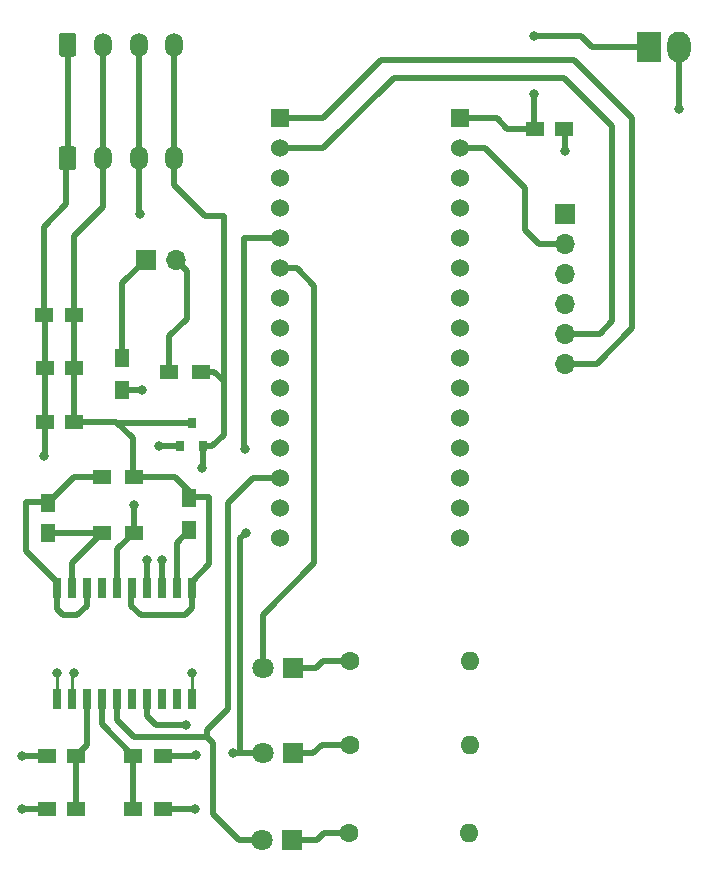
<source format=gbr>
%TF.GenerationSoftware,KiCad,Pcbnew,(5.1.6)-1*%
%TF.CreationDate,2021-01-17T16:19:00-06:00*%
%TF.ProjectId,irradiance1,69727261-6469-4616-9e63-65312e6b6963,rev?*%
%TF.SameCoordinates,Original*%
%TF.FileFunction,Copper,L1,Top*%
%TF.FilePolarity,Positive*%
%FSLAX46Y46*%
G04 Gerber Fmt 4.6, Leading zero omitted, Abs format (unit mm)*
G04 Created by KiCad (PCBNEW (5.1.6)-1) date 2021-01-17 16:19:00*
%MOMM*%
%LPD*%
G01*
G04 APERTURE LIST*
%TA.AperFunction,SMDPad,CuDef*%
%ADD10R,1.500000X1.250000*%
%TD*%
%TA.AperFunction,ComponentPad*%
%ADD11O,2.000000X2.600000*%
%TD*%
%TA.AperFunction,ComponentPad*%
%ADD12R,2.000000X2.600000*%
%TD*%
%TA.AperFunction,ComponentPad*%
%ADD13O,1.700000X1.700000*%
%TD*%
%TA.AperFunction,ComponentPad*%
%ADD14R,1.700000X1.700000*%
%TD*%
%TA.AperFunction,ComponentPad*%
%ADD15R,1.530000X1.530000*%
%TD*%
%TA.AperFunction,ComponentPad*%
%ADD16C,1.530000*%
%TD*%
%TA.AperFunction,SMDPad,CuDef*%
%ADD17R,0.800000X0.900000*%
%TD*%
%TA.AperFunction,SMDPad,CuDef*%
%ADD18R,0.650000X1.800000*%
%TD*%
%TA.AperFunction,SMDPad,CuDef*%
%ADD19R,1.300000X1.500000*%
%TD*%
%TA.AperFunction,SMDPad,CuDef*%
%ADD20R,1.500000X1.300000*%
%TD*%
%TA.AperFunction,ComponentPad*%
%ADD21C,1.600000*%
%TD*%
%TA.AperFunction,ComponentPad*%
%ADD22O,1.600000X1.600000*%
%TD*%
%TA.AperFunction,ComponentPad*%
%ADD23O,1.500000X2.020000*%
%TD*%
%TA.AperFunction,ComponentPad*%
%ADD24R,1.800000X1.800000*%
%TD*%
%TA.AperFunction,ComponentPad*%
%ADD25C,1.800000*%
%TD*%
%TA.AperFunction,SMDPad,CuDef*%
%ADD26R,1.250000X1.500000*%
%TD*%
%TA.AperFunction,ViaPad*%
%ADD27C,0.800000*%
%TD*%
%TA.AperFunction,Conductor*%
%ADD28C,0.500000*%
%TD*%
%TA.AperFunction,Conductor*%
%ADD29C,0.250000*%
%TD*%
G04 APERTURE END LIST*
D10*
%TO.P,C17,1*%
%TO.N,+9VA*%
X72350000Y-79900000D03*
%TO.P,C17,2*%
%TO.N,GND*%
X74850000Y-79900000D03*
%TD*%
D11*
%TO.P,J6,2*%
%TO.N,GND*%
X84540000Y-73000000D03*
D12*
%TO.P,J6,1*%
%TO.N,+9VA*%
X82000000Y-73000000D03*
%TD*%
D13*
%TO.P,JP1,2*%
%TO.N,Net-(JP1-Pad2)*%
X41940000Y-91000000D03*
D14*
%TO.P,JP1,1*%
%TO.N,Net-(JP1-Pad1)*%
X39400000Y-91000000D03*
%TD*%
D13*
%TO.P,J0,6*%
%TO.N,I2C_SCL*%
X74900000Y-99800000D03*
%TO.P,J0,5*%
%TO.N,I2C_SDA*%
X74900000Y-97260000D03*
%TO.P,J0,4*%
%TO.N,N/C*%
X74900000Y-94720000D03*
%TO.P,J0,3*%
X74900000Y-92180000D03*
%TO.P,J0,2*%
%TO.N,Net-(J0-Pad2)*%
X74900000Y-89640000D03*
D14*
%TO.P,J0,1*%
%TO.N,vin*%
X74900000Y-87100000D03*
%TD*%
D15*
%TO.P,U2,30*%
%TO.N,+9VA*%
X66040000Y-79035000D03*
D16*
%TO.P,U2,29*%
%TO.N,Net-(J0-Pad2)*%
X66040000Y-81575000D03*
%TO.P,U2,28*%
%TO.N,N/C*%
X66040000Y-84115000D03*
%TO.P,U2,27*%
%TO.N,vin*%
X66040000Y-86655000D03*
%TO.P,U2,26*%
%TO.N,N/C*%
X66040000Y-89195000D03*
%TO.P,U2,25*%
X66040000Y-91735000D03*
%TO.P,U2,24*%
X66040000Y-94275000D03*
%TO.P,U2,23*%
X66040000Y-96815000D03*
%TO.P,U2,22*%
X66040000Y-99355000D03*
%TO.P,U2,21*%
X66040000Y-101895000D03*
%TO.P,U2,20*%
X66040000Y-104435000D03*
%TO.P,U2,19*%
X66040000Y-106975000D03*
%TO.P,U2,18*%
X66040000Y-109515000D03*
%TO.P,U2,17*%
X66040000Y-112055000D03*
%TO.P,U2,16*%
X66040000Y-114595000D03*
D15*
%TO.P,U2,1*%
%TO.N,I2C_SCL*%
X50800000Y-79035000D03*
D16*
%TO.P,U2,2*%
%TO.N,I2C_SDA*%
X50800000Y-81575000D03*
%TO.P,U2,3*%
%TO.N,N/C*%
X50800000Y-84115000D03*
%TO.P,U2,4*%
X50800000Y-86655000D03*
%TO.P,U2,5*%
%TO.N,CAN_Tx*%
X50800000Y-89195000D03*
%TO.P,U2,6*%
%TO.N,Net-(D2-Pad2)*%
X50800000Y-91735000D03*
%TO.P,U2,7*%
%TO.N,N/C*%
X50800000Y-94275000D03*
%TO.P,U2,8*%
X50800000Y-96815000D03*
%TO.P,U2,9*%
X50800000Y-99355000D03*
%TO.P,U2,10*%
X50800000Y-101895000D03*
%TO.P,U2,11*%
X50800000Y-104435000D03*
%TO.P,U2,12*%
X50800000Y-106975000D03*
%TO.P,U2,13*%
%TO.N,CAN_Rx*%
X50800000Y-109515000D03*
%TO.P,U2,14*%
%TO.N,N/C*%
X50800000Y-112055000D03*
%TO.P,U2,15*%
X50800000Y-114595000D03*
%TD*%
D17*
%TO.P,U7,1*%
%TO.N,Net-(J4-Pad3)*%
X42350000Y-106800000D03*
%TO.P,U7,2*%
%TO.N,Net-(J4-Pad4)*%
X44250000Y-106800000D03*
%TO.P,U7,3*%
%TO.N,Net-(C10-Pad2)*%
X43300000Y-104800000D03*
%TD*%
D18*
%TO.P,U1,1*%
%TO.N,GND*%
X31885000Y-128225000D03*
%TO.P,U1,2*%
X33155000Y-128225000D03*
%TO.P,U1,3*%
%TO.N,+5V*%
X34425000Y-128225000D03*
%TO.P,U1,4*%
%TO.N,+3V3*%
X35695000Y-128225000D03*
%TO.P,U1,5*%
%TO.N,CAN_Rx*%
X36965000Y-128225000D03*
%TO.P,U1,6*%
%TO.N,N/C*%
X38235000Y-128225000D03*
%TO.P,U1,7*%
%TO.N,CAN_Tx*%
X39505000Y-128225000D03*
%TO.P,U1,8*%
%TO.N,N/C*%
X40775000Y-128225000D03*
%TO.P,U1,9*%
X42045000Y-128225000D03*
%TO.P,U1,10*%
%TO.N,GND*%
X43315000Y-128225000D03*
%TO.P,U1,11*%
%TO.N,Net-(C10-Pad2)*%
X43315000Y-118775000D03*
%TO.P,U1,12*%
%TO.N,Net-(R25-Pad2)*%
X42045000Y-118775000D03*
%TO.P,U1,13*%
%TO.N,Net-(J4-Pad4)*%
X40775000Y-118775000D03*
%TO.P,U1,14*%
%TO.N,Net-(J4-Pad3)*%
X39505000Y-118775000D03*
%TO.P,U1,15*%
%TO.N,Net-(C10-Pad2)*%
X38235000Y-118775000D03*
%TO.P,U1,16*%
%TO.N,Net-(C10-Pad1)*%
X36965000Y-118775000D03*
%TO.P,U1,17*%
%TO.N,N/C*%
X35695000Y-118775000D03*
%TO.P,U1,18*%
%TO.N,Net-(C9-Pad2)*%
X34425000Y-118775000D03*
%TO.P,U1,19*%
%TO.N,Net-(C9-Pad1)*%
X33155000Y-118775000D03*
%TO.P,U1,20*%
%TO.N,Net-(C9-Pad2)*%
X31885000Y-118775000D03*
%TD*%
D19*
%TO.P,R25,1*%
%TO.N,Net-(C10-Pad2)*%
X43100000Y-111200000D03*
%TO.P,R25,2*%
%TO.N,Net-(R25-Pad2)*%
X43100000Y-113900000D03*
%TD*%
%TO.P,R10,1*%
%TO.N,Net-(JP1-Pad1)*%
X37400000Y-99300000D03*
%TO.P,R10,2*%
%TO.N,Net-(J4-Pad3)*%
X37400000Y-102000000D03*
%TD*%
D20*
%TO.P,R9,1*%
%TO.N,Net-(JP1-Pad2)*%
X41400000Y-100500000D03*
%TO.P,R9,2*%
%TO.N,Net-(J4-Pad4)*%
X44100000Y-100500000D03*
%TD*%
D21*
%TO.P,R2,1*%
%TO.N,Net-(D2-Pad1)*%
X56700000Y-125000000D03*
D22*
%TO.P,R2,2*%
%TO.N,GND*%
X66860000Y-125000000D03*
%TD*%
D21*
%TO.P,R1,1*%
%TO.N,Net-(D1-Pad1)*%
X56600000Y-139500000D03*
D22*
%TO.P,R1,2*%
%TO.N,GND*%
X66760000Y-139500000D03*
%TD*%
D21*
%TO.P,R0,1*%
%TO.N,Net-(D0-Pad1)*%
X56700000Y-132100000D03*
D22*
%TO.P,R0,2*%
%TO.N,GND*%
X66860000Y-132100000D03*
%TD*%
D20*
%TO.P,L3,1*%
%TO.N,Net-(C10-Pad2)*%
X38400000Y-109400000D03*
%TO.P,L3,2*%
%TO.N,Net-(C9-Pad2)*%
X35700000Y-109400000D03*
%TD*%
%TO.P,L2,1*%
%TO.N,Net-(C10-Pad1)*%
X38400000Y-114100000D03*
%TO.P,L2,2*%
%TO.N,Net-(C9-Pad1)*%
X35700000Y-114100000D03*
%TD*%
D23*
%TO.P,J5,4*%
%TO.N,Net-(J4-Pad4)*%
X41800000Y-72800000D03*
%TO.P,J5,3*%
%TO.N,Net-(J4-Pad3)*%
X38800000Y-72800000D03*
%TO.P,J5,2*%
%TO.N,Net-(C10-Pad2)*%
X35800000Y-72800000D03*
%TO.P,J5,1*%
%TO.N,Net-(C10-Pad1)*%
%TA.AperFunction,ComponentPad*%
G36*
G01*
X32050000Y-73560000D02*
X32050000Y-72040000D01*
G75*
G02*
X32300000Y-71790000I250000J0D01*
G01*
X33300000Y-71790000D01*
G75*
G02*
X33550000Y-72040000I0J-250000D01*
G01*
X33550000Y-73560000D01*
G75*
G02*
X33300000Y-73810000I-250000J0D01*
G01*
X32300000Y-73810000D01*
G75*
G02*
X32050000Y-73560000I0J250000D01*
G01*
G37*
%TD.AperFunction*%
%TD*%
%TO.P,J4,4*%
%TO.N,Net-(J4-Pad4)*%
X41800000Y-82400000D03*
%TO.P,J4,3*%
%TO.N,Net-(J4-Pad3)*%
X38800000Y-82400000D03*
%TO.P,J4,2*%
%TO.N,Net-(C10-Pad2)*%
X35800000Y-82400000D03*
%TO.P,J4,1*%
%TO.N,Net-(C10-Pad1)*%
%TA.AperFunction,ComponentPad*%
G36*
G01*
X32050000Y-83160000D02*
X32050000Y-81640000D01*
G75*
G02*
X32300000Y-81390000I250000J0D01*
G01*
X33300000Y-81390000D01*
G75*
G02*
X33550000Y-81640000I0J-250000D01*
G01*
X33550000Y-83160000D01*
G75*
G02*
X33300000Y-83410000I-250000J0D01*
G01*
X32300000Y-83410000D01*
G75*
G02*
X32050000Y-83160000I0J250000D01*
G01*
G37*
%TD.AperFunction*%
%TD*%
D24*
%TO.P,D2,1*%
%TO.N,Net-(D2-Pad1)*%
X51900000Y-125600000D03*
D25*
%TO.P,D2,2*%
%TO.N,Net-(D2-Pad2)*%
X49360000Y-125600000D03*
%TD*%
D24*
%TO.P,D1,1*%
%TO.N,Net-(D1-Pad1)*%
X51800000Y-140100000D03*
D25*
%TO.P,D1,2*%
%TO.N,CAN_Rx*%
X49260000Y-140100000D03*
%TD*%
D24*
%TO.P,D0,1*%
%TO.N,Net-(D0-Pad1)*%
X51900000Y-132800000D03*
D25*
%TO.P,D0,2*%
%TO.N,CAN_Tx*%
X49360000Y-132800000D03*
%TD*%
D10*
%TO.P,C16,1*%
%TO.N,+3V3*%
X38350000Y-133000000D03*
%TO.P,C16,2*%
%TO.N,GND*%
X40850000Y-133000000D03*
%TD*%
%TO.P,C15,1*%
%TO.N,+3V3*%
X38350000Y-137500000D03*
%TO.P,C15,2*%
%TO.N,GND*%
X40850000Y-137500000D03*
%TD*%
%TO.P,C14,1*%
%TO.N,+5V*%
X33550000Y-133000000D03*
%TO.P,C14,2*%
%TO.N,GND*%
X31050000Y-133000000D03*
%TD*%
%TO.P,C13,1*%
%TO.N,+5V*%
X33550000Y-137500000D03*
%TO.P,C13,2*%
%TO.N,GND*%
X31050000Y-137500000D03*
%TD*%
%TO.P,C12,1*%
%TO.N,Net-(C10-Pad1)*%
X30800000Y-95700000D03*
%TO.P,C12,2*%
%TO.N,Net-(C10-Pad2)*%
X33300000Y-95700000D03*
%TD*%
%TO.P,C11,1*%
%TO.N,Net-(C10-Pad1)*%
X30850000Y-100200000D03*
%TO.P,C11,2*%
%TO.N,Net-(C10-Pad2)*%
X33350000Y-100200000D03*
%TD*%
%TO.P,C10,1*%
%TO.N,Net-(C10-Pad1)*%
X30850000Y-104700000D03*
%TO.P,C10,2*%
%TO.N,Net-(C10-Pad2)*%
X33350000Y-104700000D03*
%TD*%
D26*
%TO.P,C9,1*%
%TO.N,Net-(C9-Pad1)*%
X31100000Y-114100000D03*
%TO.P,C9,2*%
%TO.N,Net-(C9-Pad2)*%
X31100000Y-111600000D03*
%TD*%
D27*
%TO.N,Net-(C10-Pad1)*%
X38400000Y-111800000D03*
X30800000Y-107600000D03*
%TO.N,GND*%
X31900000Y-126000000D03*
X33300000Y-126000000D03*
X43300000Y-126000000D03*
X43700000Y-132900000D03*
X43600000Y-137500000D03*
X28900000Y-133000000D03*
X28900000Y-137500000D03*
X84600000Y-78200000D03*
X74900000Y-81800000D03*
%TO.N,CAN_Tx*%
X42800000Y-130400000D03*
X46800000Y-132800000D03*
X47800000Y-107000000D03*
X47900000Y-114100000D03*
%TO.N,Net-(J4-Pad4)*%
X40800000Y-116400000D03*
X44200000Y-108600000D03*
%TO.N,Net-(J4-Pad3)*%
X39500000Y-116400000D03*
X40500000Y-106800000D03*
X39100000Y-102000000D03*
X38900000Y-87100000D03*
%TO.N,+9VA*%
X72300000Y-72100000D03*
X72300000Y-77000000D03*
%TD*%
D28*
%TO.N,Net-(C9-Pad1)*%
X33155000Y-116645000D02*
X35700000Y-114100000D01*
X33155000Y-118775000D02*
X33155000Y-116645000D01*
X31100000Y-114100000D02*
X35700000Y-114100000D01*
%TO.N,Net-(C9-Pad2)*%
X33300000Y-109400000D02*
X31100000Y-111600000D01*
X35700000Y-109400000D02*
X33300000Y-109400000D01*
X29300000Y-115700000D02*
X29300000Y-111500000D01*
X31000000Y-111500000D02*
X31100000Y-111600000D01*
X29300000Y-111500000D02*
X31000000Y-111500000D01*
X31885000Y-118775000D02*
X31885000Y-118285000D01*
X31885000Y-118285000D02*
X29300000Y-115700000D01*
X34425000Y-119540002D02*
X34400000Y-119565002D01*
X34425000Y-118775000D02*
X34425000Y-119540002D01*
X34400000Y-119565002D02*
X34400000Y-120300000D01*
X34400000Y-120300000D02*
X33600000Y-121100000D01*
X33600000Y-121100000D02*
X32400000Y-121100000D01*
X31885000Y-120585000D02*
X31885000Y-118775000D01*
X32400000Y-121100000D02*
X31885000Y-120585000D01*
%TO.N,Net-(C10-Pad1)*%
X36965000Y-115535000D02*
X38400000Y-114100000D01*
X36965000Y-118775000D02*
X36965000Y-115535000D01*
X38400000Y-114100000D02*
X38400000Y-111800000D01*
X30850000Y-104700000D02*
X30850000Y-100200000D01*
X30850000Y-95750000D02*
X30800000Y-95700000D01*
X30850000Y-100200000D02*
X30850000Y-95750000D01*
X30850000Y-104700000D02*
X30850000Y-107550000D01*
X30850000Y-107550000D02*
X30800000Y-107600000D01*
X30800000Y-95700000D02*
X30800000Y-88200000D01*
X30800000Y-88200000D02*
X32700000Y-86300000D01*
X32700000Y-82500000D02*
X32800000Y-82400000D01*
X32700000Y-86300000D02*
X32700000Y-82500000D01*
X32800000Y-82400000D02*
X32800000Y-72800000D01*
%TO.N,Net-(C10-Pad2)*%
X38235000Y-119540002D02*
X38200000Y-119575002D01*
X38235000Y-118775000D02*
X38235000Y-119540002D01*
X38200000Y-119575002D02*
X38200000Y-120300000D01*
X38200000Y-120300000D02*
X39000000Y-121100000D01*
X39000000Y-121100000D02*
X42700000Y-121100000D01*
X43315000Y-120485000D02*
X43315000Y-118775000D01*
X42700000Y-121100000D02*
X43315000Y-120485000D01*
X43315000Y-118775000D02*
X43315000Y-118285000D01*
X43315000Y-118285000D02*
X44800000Y-116800000D01*
X44800000Y-116800000D02*
X44800000Y-111100000D01*
X43200000Y-111100000D02*
X43100000Y-111200000D01*
X44800000Y-111100000D02*
X43200000Y-111100000D01*
X43100000Y-111200000D02*
X43100000Y-110600000D01*
X41900000Y-109400000D02*
X38400000Y-109400000D01*
X43100000Y-110600000D02*
X41900000Y-109400000D01*
X33350000Y-104700000D02*
X33350000Y-100200000D01*
X33350000Y-95750000D02*
X33300000Y-95700000D01*
X33350000Y-100200000D02*
X33350000Y-95750000D01*
X33350000Y-104700000D02*
X36900000Y-104700000D01*
X36900000Y-104700000D02*
X38300000Y-106100000D01*
X38300000Y-109300000D02*
X38400000Y-109400000D01*
X38300000Y-106100000D02*
X38300000Y-109300000D01*
X37000000Y-104800000D02*
X36900000Y-104700000D01*
X43300000Y-104800000D02*
X37000000Y-104800000D01*
X33300000Y-95700000D02*
X33300000Y-89000000D01*
X35800000Y-86500000D02*
X35800000Y-82400000D01*
X33300000Y-89000000D02*
X35800000Y-86500000D01*
X35800000Y-82400000D02*
X35800000Y-72800000D01*
%TO.N,+5V*%
X34425000Y-132125000D02*
X34425000Y-128225000D01*
X33550000Y-133000000D02*
X34425000Y-132125000D01*
X33550000Y-137500000D02*
X33550000Y-133000000D01*
D29*
%TO.N,GND*%
X31885000Y-128225000D02*
X31885000Y-126015000D01*
X31885000Y-126015000D02*
X31900000Y-126000000D01*
X33155000Y-128225000D02*
X33155000Y-126145000D01*
X33155000Y-126145000D02*
X33300000Y-126000000D01*
X43315000Y-128225000D02*
X43315000Y-126015000D01*
X43315000Y-126015000D02*
X43300000Y-126000000D01*
D28*
X40850000Y-133000000D02*
X43600000Y-133000000D01*
X43600000Y-133000000D02*
X43700000Y-132900000D01*
X40850000Y-137500000D02*
X43600000Y-137500000D01*
X31050000Y-133000000D02*
X28900000Y-133000000D01*
X31050000Y-137500000D02*
X28900000Y-137500000D01*
X84540000Y-78140000D02*
X84600000Y-78200000D01*
X84540000Y-73000000D02*
X84540000Y-78140000D01*
X74900000Y-79950000D02*
X74850000Y-79900000D01*
X74900000Y-81800000D02*
X74900000Y-79950000D01*
%TO.N,+3V3*%
X35695000Y-130345000D02*
X35695000Y-128225000D01*
X38350000Y-133000000D02*
X35695000Y-130345000D01*
X38350000Y-137500000D02*
X38350000Y-133000000D01*
%TO.N,Net-(D0-Pad1)*%
X51900000Y-132800000D02*
X53600000Y-132800000D01*
X54300000Y-132100000D02*
X56700000Y-132100000D01*
X53600000Y-132800000D02*
X54300000Y-132100000D01*
%TO.N,CAN_Tx*%
X39505000Y-129625000D02*
X40280000Y-130400000D01*
X39505000Y-128225000D02*
X39505000Y-129625000D01*
X40280000Y-130400000D02*
X42800000Y-130400000D01*
X50800000Y-89195000D02*
X47705000Y-89195000D01*
X47705000Y-89195000D02*
X47705000Y-106905000D01*
X47705000Y-106905000D02*
X47800000Y-107000000D01*
X47400000Y-114600000D02*
X47900000Y-114100000D01*
X47400000Y-132800000D02*
X46800000Y-132800000D01*
X47400000Y-132800000D02*
X47400000Y-114600000D01*
X49360000Y-132800000D02*
X47400000Y-132800000D01*
%TO.N,Net-(D1-Pad1)*%
X51800000Y-140100000D02*
X53900000Y-140100000D01*
X54500000Y-139500000D02*
X56600000Y-139500000D01*
X53900000Y-140100000D02*
X54500000Y-139500000D01*
%TO.N,CAN_Rx*%
X47300000Y-140100000D02*
X49260000Y-140100000D01*
X45100000Y-137900000D02*
X47300000Y-140100000D01*
X36965000Y-129965000D02*
X38400000Y-131400000D01*
X36965000Y-128225000D02*
X36965000Y-129965000D01*
X44600000Y-131400000D02*
X45100000Y-131900000D01*
X38400000Y-131400000D02*
X44600000Y-131400000D01*
X45100000Y-131900000D02*
X45100000Y-137900000D01*
X44600000Y-131400000D02*
X44600000Y-130800000D01*
X44600000Y-130800000D02*
X46400000Y-129000000D01*
X46400000Y-129000000D02*
X46400000Y-111600000D01*
X48485000Y-109515000D02*
X50800000Y-109515000D01*
X46400000Y-111600000D02*
X48485000Y-109515000D01*
%TO.N,Net-(D2-Pad1)*%
X51900000Y-125600000D02*
X53800000Y-125600000D01*
X54400000Y-125000000D02*
X56700000Y-125000000D01*
X53800000Y-125600000D02*
X54400000Y-125000000D01*
%TO.N,Net-(D2-Pad2)*%
X52235000Y-91735000D02*
X50800000Y-91735000D01*
X53700000Y-116700000D02*
X53700000Y-93200000D01*
X49360000Y-125600000D02*
X49360000Y-121040000D01*
X53700000Y-93200000D02*
X52235000Y-91735000D01*
X49360000Y-121040000D02*
X53700000Y-116700000D01*
%TO.N,Net-(J0-Pad2)*%
X66040000Y-81575000D02*
X68175000Y-81575000D01*
X68175000Y-81575000D02*
X71500000Y-84900000D01*
X71500000Y-84900000D02*
X71500000Y-88500000D01*
X71500000Y-88500000D02*
X72700000Y-89700000D01*
X72760000Y-89640000D02*
X74900000Y-89640000D01*
X72700000Y-89700000D02*
X72760000Y-89640000D01*
%TO.N,I2C_SDA*%
X54425000Y-81575000D02*
X50800000Y-81575000D01*
X60400000Y-75600000D02*
X54425000Y-81575000D01*
X74900000Y-97260000D02*
X77840000Y-97260000D01*
X78900000Y-96200000D02*
X78900000Y-79700000D01*
X77840000Y-97260000D02*
X78900000Y-96200000D01*
X78900000Y-79700000D02*
X74800000Y-75600000D01*
X74800000Y-75600000D02*
X60400000Y-75600000D01*
%TO.N,I2C_SCL*%
X74900000Y-99800000D02*
X77600000Y-99800000D01*
X77600000Y-99800000D02*
X80600000Y-96800000D01*
X80600000Y-96800000D02*
X80600000Y-79000000D01*
X80600000Y-79000000D02*
X75700000Y-74100000D01*
X75700000Y-74100000D02*
X59300000Y-74100000D01*
X59300000Y-74100000D02*
X54400000Y-79000000D01*
X50835000Y-79000000D02*
X50800000Y-79035000D01*
X54400000Y-79000000D02*
X50835000Y-79000000D01*
%TO.N,Net-(J4-Pad4)*%
X40775000Y-118775000D02*
X40775000Y-116425000D01*
X40775000Y-116425000D02*
X40800000Y-116400000D01*
X44250000Y-106800000D02*
X44250000Y-108550000D01*
X44250000Y-108550000D02*
X44200000Y-108600000D01*
X44100000Y-100500000D02*
X45200000Y-100500000D01*
X45200000Y-100500000D02*
X46000000Y-101300000D01*
X46000000Y-101300000D02*
X46000000Y-105800000D01*
X45000000Y-106800000D02*
X44250000Y-106800000D01*
X46000000Y-105800000D02*
X45000000Y-106800000D01*
X46000000Y-101300000D02*
X46000000Y-87300000D01*
X46000000Y-87300000D02*
X44400000Y-87300000D01*
X41800000Y-84700000D02*
X41800000Y-82400000D01*
X44400000Y-87300000D02*
X41800000Y-84700000D01*
X41800000Y-82400000D02*
X41800000Y-72800000D01*
%TO.N,Net-(J4-Pad3)*%
X39505000Y-118775000D02*
X39505000Y-116705000D01*
X39505000Y-116705000D02*
X39500000Y-116700000D01*
X39500000Y-116700000D02*
X39500000Y-116400000D01*
X42350000Y-106800000D02*
X40500000Y-106800000D01*
X37400000Y-102000000D02*
X39100000Y-102000000D01*
X38800000Y-82400000D02*
X38800000Y-87000000D01*
X38800000Y-87000000D02*
X38900000Y-87100000D01*
X38800000Y-82400000D02*
X38800000Y-72800000D01*
%TO.N,Net-(JP1-Pad1)*%
X37400000Y-93000000D02*
X39400000Y-91000000D01*
X37400000Y-99300000D02*
X37400000Y-93000000D01*
%TO.N,Net-(JP1-Pad2)*%
X42880000Y-96020000D02*
X41400000Y-97500000D01*
X41940000Y-91000000D02*
X42880000Y-91940000D01*
X41400000Y-97500000D02*
X41400000Y-100500000D01*
X42880000Y-91940000D02*
X42880000Y-96020000D01*
%TO.N,Net-(R25-Pad2)*%
X42045000Y-114955000D02*
X43100000Y-113900000D01*
X42045000Y-118775000D02*
X42045000Y-114955000D01*
%TO.N,+9VA*%
X82000000Y-73000000D02*
X77200000Y-73000000D01*
X77200000Y-73000000D02*
X76300000Y-72100000D01*
X76300000Y-72100000D02*
X72400000Y-72100000D01*
X72300000Y-79850000D02*
X72350000Y-79900000D01*
X72300000Y-77000000D02*
X72300000Y-79850000D01*
X72350000Y-79900000D02*
X70000000Y-79900000D01*
X69135000Y-79035000D02*
X66040000Y-79035000D01*
X70000000Y-79900000D02*
X69135000Y-79035000D01*
%TD*%
M02*

</source>
